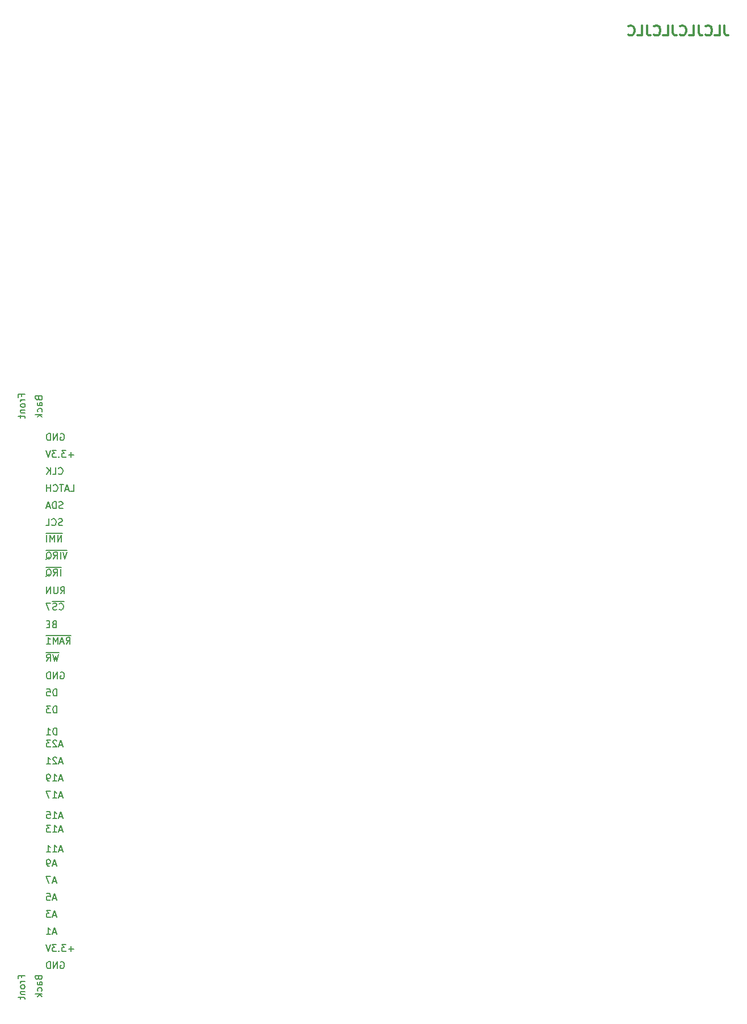
<source format=gbr>
%TF.GenerationSoftware,KiCad,Pcbnew,8.0.0*%
%TF.CreationDate,2024-03-06T22:08:17-05:00*%
%TF.ProjectId,Sentinel 65X - Prototype 4,53656e74-696e-4656-9c20-363558202d20,rev?*%
%TF.SameCoordinates,Original*%
%TF.FileFunction,Legend,Bot*%
%TF.FilePolarity,Positive*%
%FSLAX46Y46*%
G04 Gerber Fmt 4.6, Leading zero omitted, Abs format (unit mm)*
G04 Created by KiCad (PCBNEW 8.0.0) date 2024-03-06 22:08:17*
%MOMM*%
%LPD*%
G01*
G04 APERTURE LIST*
%ADD10C,0.150000*%
%ADD11C,0.300000*%
G04 APERTURE END LIST*
D10*
X93048083Y-158981992D02*
X93048083Y-157981992D01*
X93048083Y-157981992D02*
X92809988Y-157981992D01*
X92809988Y-157981992D02*
X92667131Y-158029611D01*
X92667131Y-158029611D02*
X92571893Y-158124849D01*
X92571893Y-158124849D02*
X92524274Y-158220087D01*
X92524274Y-158220087D02*
X92476655Y-158410563D01*
X92476655Y-158410563D02*
X92476655Y-158553420D01*
X92476655Y-158553420D02*
X92524274Y-158743896D01*
X92524274Y-158743896D02*
X92571893Y-158839134D01*
X92571893Y-158839134D02*
X92667131Y-158934373D01*
X92667131Y-158934373D02*
X92809988Y-158981992D01*
X92809988Y-158981992D02*
X93048083Y-158981992D01*
X91524274Y-158981992D02*
X92095702Y-158981992D01*
X91809988Y-158981992D02*
X91809988Y-157981992D01*
X91809988Y-157981992D02*
X91905226Y-158124849D01*
X91905226Y-158124849D02*
X92000464Y-158220087D01*
X92000464Y-158220087D02*
X92095702Y-158267706D01*
X93905226Y-176172105D02*
X93429036Y-176172105D01*
X94000464Y-176457820D02*
X93667131Y-175457820D01*
X93667131Y-175457820D02*
X93333798Y-176457820D01*
X92476655Y-176457820D02*
X93048083Y-176457820D01*
X92762369Y-176457820D02*
X92762369Y-175457820D01*
X92762369Y-175457820D02*
X92857607Y-175600677D01*
X92857607Y-175600677D02*
X92952845Y-175695915D01*
X92952845Y-175695915D02*
X93048083Y-175743534D01*
X91524274Y-176457820D02*
X92095702Y-176457820D01*
X91809988Y-176457820D02*
X91809988Y-175457820D01*
X91809988Y-175457820D02*
X91905226Y-175600677D01*
X91905226Y-175600677D02*
X92000464Y-175695915D01*
X92000464Y-175695915D02*
X92095702Y-175743534D01*
X93905226Y-160524969D02*
X93429036Y-160524969D01*
X94000464Y-160810684D02*
X93667131Y-159810684D01*
X93667131Y-159810684D02*
X93333798Y-160810684D01*
X93048083Y-159905922D02*
X93000464Y-159858303D01*
X93000464Y-159858303D02*
X92905226Y-159810684D01*
X92905226Y-159810684D02*
X92667131Y-159810684D01*
X92667131Y-159810684D02*
X92571893Y-159858303D01*
X92571893Y-159858303D02*
X92524274Y-159905922D01*
X92524274Y-159905922D02*
X92476655Y-160001160D01*
X92476655Y-160001160D02*
X92476655Y-160096398D01*
X92476655Y-160096398D02*
X92524274Y-160239255D01*
X92524274Y-160239255D02*
X93095702Y-160810684D01*
X93095702Y-160810684D02*
X92476655Y-160810684D01*
X92143321Y-159810684D02*
X91524274Y-159810684D01*
X91524274Y-159810684D02*
X91857607Y-160191636D01*
X91857607Y-160191636D02*
X91714750Y-160191636D01*
X91714750Y-160191636D02*
X91619512Y-160239255D01*
X91619512Y-160239255D02*
X91571893Y-160286874D01*
X91571893Y-160286874D02*
X91524274Y-160382112D01*
X91524274Y-160382112D02*
X91524274Y-160620207D01*
X91524274Y-160620207D02*
X91571893Y-160715445D01*
X91571893Y-160715445D02*
X91619512Y-160763065D01*
X91619512Y-160763065D02*
X91714750Y-160810684D01*
X91714750Y-160810684D02*
X92000464Y-160810684D01*
X92000464Y-160810684D02*
X92095702Y-160763065D01*
X92095702Y-160763065D02*
X92143321Y-160715445D01*
X93952845Y-125203066D02*
X93809988Y-125250685D01*
X93809988Y-125250685D02*
X93571893Y-125250685D01*
X93571893Y-125250685D02*
X93476655Y-125203066D01*
X93476655Y-125203066D02*
X93429036Y-125155446D01*
X93429036Y-125155446D02*
X93381417Y-125060208D01*
X93381417Y-125060208D02*
X93381417Y-124964970D01*
X93381417Y-124964970D02*
X93429036Y-124869732D01*
X93429036Y-124869732D02*
X93476655Y-124822113D01*
X93476655Y-124822113D02*
X93571893Y-124774494D01*
X93571893Y-124774494D02*
X93762369Y-124726875D01*
X93762369Y-124726875D02*
X93857607Y-124679256D01*
X93857607Y-124679256D02*
X93905226Y-124631637D01*
X93905226Y-124631637D02*
X93952845Y-124536399D01*
X93952845Y-124536399D02*
X93952845Y-124441161D01*
X93952845Y-124441161D02*
X93905226Y-124345923D01*
X93905226Y-124345923D02*
X93857607Y-124298304D01*
X93857607Y-124298304D02*
X93762369Y-124250685D01*
X93762369Y-124250685D02*
X93524274Y-124250685D01*
X93524274Y-124250685D02*
X93381417Y-124298304D01*
X92952845Y-125250685D02*
X92952845Y-124250685D01*
X92952845Y-124250685D02*
X92714750Y-124250685D01*
X92714750Y-124250685D02*
X92571893Y-124298304D01*
X92571893Y-124298304D02*
X92476655Y-124393542D01*
X92476655Y-124393542D02*
X92429036Y-124488780D01*
X92429036Y-124488780D02*
X92381417Y-124679256D01*
X92381417Y-124679256D02*
X92381417Y-124822113D01*
X92381417Y-124822113D02*
X92429036Y-125012589D01*
X92429036Y-125012589D02*
X92476655Y-125107827D01*
X92476655Y-125107827D02*
X92571893Y-125203066D01*
X92571893Y-125203066D02*
X92714750Y-125250685D01*
X92714750Y-125250685D02*
X92952845Y-125250685D01*
X92000464Y-124964970D02*
X91524274Y-124964970D01*
X92095702Y-125250685D02*
X91762369Y-124250685D01*
X91762369Y-124250685D02*
X91429036Y-125250685D01*
X87798000Y-195209801D02*
X87798000Y-194876468D01*
X88321810Y-194876468D02*
X87321810Y-194876468D01*
X87321810Y-194876468D02*
X87321810Y-195352658D01*
X88321810Y-195733611D02*
X87655143Y-195733611D01*
X87845619Y-195733611D02*
X87750381Y-195781230D01*
X87750381Y-195781230D02*
X87702762Y-195828849D01*
X87702762Y-195828849D02*
X87655143Y-195924087D01*
X87655143Y-195924087D02*
X87655143Y-196019325D01*
X88321810Y-196495516D02*
X88274191Y-196400278D01*
X88274191Y-196400278D02*
X88226571Y-196352659D01*
X88226571Y-196352659D02*
X88131333Y-196305040D01*
X88131333Y-196305040D02*
X87845619Y-196305040D01*
X87845619Y-196305040D02*
X87750381Y-196352659D01*
X87750381Y-196352659D02*
X87702762Y-196400278D01*
X87702762Y-196400278D02*
X87655143Y-196495516D01*
X87655143Y-196495516D02*
X87655143Y-196638373D01*
X87655143Y-196638373D02*
X87702762Y-196733611D01*
X87702762Y-196733611D02*
X87750381Y-196781230D01*
X87750381Y-196781230D02*
X87845619Y-196828849D01*
X87845619Y-196828849D02*
X88131333Y-196828849D01*
X88131333Y-196828849D02*
X88226571Y-196781230D01*
X88226571Y-196781230D02*
X88274191Y-196733611D01*
X88274191Y-196733611D02*
X88321810Y-196638373D01*
X88321810Y-196638373D02*
X88321810Y-196495516D01*
X87655143Y-197257421D02*
X88321810Y-197257421D01*
X87750381Y-197257421D02*
X87702762Y-197305040D01*
X87702762Y-197305040D02*
X87655143Y-197400278D01*
X87655143Y-197400278D02*
X87655143Y-197543135D01*
X87655143Y-197543135D02*
X87702762Y-197638373D01*
X87702762Y-197638373D02*
X87798000Y-197685992D01*
X87798000Y-197685992D02*
X88321810Y-197685992D01*
X87655143Y-198019326D02*
X87655143Y-198400278D01*
X87321810Y-198162183D02*
X88178952Y-198162183D01*
X88178952Y-198162183D02*
X88274191Y-198209802D01*
X88274191Y-198209802D02*
X88321810Y-198305040D01*
X88321810Y-198305040D02*
X88321810Y-198400278D01*
X95571892Y-190909730D02*
X94809988Y-190909730D01*
X95190940Y-191290683D02*
X95190940Y-190528778D01*
X94429035Y-190290683D02*
X93809988Y-190290683D01*
X93809988Y-190290683D02*
X94143321Y-190671635D01*
X94143321Y-190671635D02*
X94000464Y-190671635D01*
X94000464Y-190671635D02*
X93905226Y-190719254D01*
X93905226Y-190719254D02*
X93857607Y-190766873D01*
X93857607Y-190766873D02*
X93809988Y-190862111D01*
X93809988Y-190862111D02*
X93809988Y-191100206D01*
X93809988Y-191100206D02*
X93857607Y-191195444D01*
X93857607Y-191195444D02*
X93905226Y-191243064D01*
X93905226Y-191243064D02*
X94000464Y-191290683D01*
X94000464Y-191290683D02*
X94286178Y-191290683D01*
X94286178Y-191290683D02*
X94381416Y-191243064D01*
X94381416Y-191243064D02*
X94429035Y-191195444D01*
X93381416Y-191195444D02*
X93333797Y-191243064D01*
X93333797Y-191243064D02*
X93381416Y-191290683D01*
X93381416Y-191290683D02*
X93429035Y-191243064D01*
X93429035Y-191243064D02*
X93381416Y-191195444D01*
X93381416Y-191195444D02*
X93381416Y-191290683D01*
X93000464Y-190290683D02*
X92381417Y-190290683D01*
X92381417Y-190290683D02*
X92714750Y-190671635D01*
X92714750Y-190671635D02*
X92571893Y-190671635D01*
X92571893Y-190671635D02*
X92476655Y-190719254D01*
X92476655Y-190719254D02*
X92429036Y-190766873D01*
X92429036Y-190766873D02*
X92381417Y-190862111D01*
X92381417Y-190862111D02*
X92381417Y-191100206D01*
X92381417Y-191100206D02*
X92429036Y-191195444D01*
X92429036Y-191195444D02*
X92476655Y-191243064D01*
X92476655Y-191243064D02*
X92571893Y-191290683D01*
X92571893Y-191290683D02*
X92857607Y-191290683D01*
X92857607Y-191290683D02*
X92952845Y-191243064D01*
X92952845Y-191243064D02*
X93000464Y-191195444D01*
X92095702Y-190290683D02*
X91762369Y-191290683D01*
X91762369Y-191290683D02*
X91429036Y-190290683D01*
X92952845Y-178304969D02*
X92476655Y-178304969D01*
X93048083Y-178590684D02*
X92714750Y-177590684D01*
X92714750Y-177590684D02*
X92381417Y-178590684D01*
X92000464Y-178590684D02*
X91809988Y-178590684D01*
X91809988Y-178590684D02*
X91714750Y-178543065D01*
X91714750Y-178543065D02*
X91667131Y-178495445D01*
X91667131Y-178495445D02*
X91571893Y-178352588D01*
X91571893Y-178352588D02*
X91524274Y-178162112D01*
X91524274Y-178162112D02*
X91524274Y-177781160D01*
X91524274Y-177781160D02*
X91571893Y-177685922D01*
X91571893Y-177685922D02*
X91619512Y-177638303D01*
X91619512Y-177638303D02*
X91714750Y-177590684D01*
X91714750Y-177590684D02*
X91905226Y-177590684D01*
X91905226Y-177590684D02*
X92000464Y-177638303D01*
X92000464Y-177638303D02*
X92048083Y-177685922D01*
X92048083Y-177685922D02*
X92095702Y-177781160D01*
X92095702Y-177781160D02*
X92095702Y-178019255D01*
X92095702Y-178019255D02*
X92048083Y-178114493D01*
X92048083Y-178114493D02*
X92000464Y-178162112D01*
X92000464Y-178162112D02*
X91905226Y-178209731D01*
X91905226Y-178209731D02*
X91714750Y-178209731D01*
X91714750Y-178209731D02*
X91619512Y-178162112D01*
X91619512Y-178162112D02*
X91571893Y-178114493D01*
X91571893Y-178114493D02*
X91524274Y-178019255D01*
X93762368Y-130209851D02*
X93762368Y-129209851D01*
X93762368Y-129209851D02*
X93190940Y-130209851D01*
X93190940Y-130209851D02*
X93190940Y-129209851D01*
X92714749Y-130209851D02*
X92714749Y-129209851D01*
X92714749Y-129209851D02*
X92381416Y-129924136D01*
X92381416Y-129924136D02*
X92048083Y-129209851D01*
X92048083Y-129209851D02*
X92048083Y-130209851D01*
X91571892Y-130209851D02*
X91571892Y-129209851D01*
X93900464Y-128932232D02*
X91433798Y-128932232D01*
X93333798Y-120075445D02*
X93381417Y-120123065D01*
X93381417Y-120123065D02*
X93524274Y-120170684D01*
X93524274Y-120170684D02*
X93619512Y-120170684D01*
X93619512Y-120170684D02*
X93762369Y-120123065D01*
X93762369Y-120123065D02*
X93857607Y-120027826D01*
X93857607Y-120027826D02*
X93905226Y-119932588D01*
X93905226Y-119932588D02*
X93952845Y-119742112D01*
X93952845Y-119742112D02*
X93952845Y-119599255D01*
X93952845Y-119599255D02*
X93905226Y-119408779D01*
X93905226Y-119408779D02*
X93857607Y-119313541D01*
X93857607Y-119313541D02*
X93762369Y-119218303D01*
X93762369Y-119218303D02*
X93619512Y-119170684D01*
X93619512Y-119170684D02*
X93524274Y-119170684D01*
X93524274Y-119170684D02*
X93381417Y-119218303D01*
X93381417Y-119218303D02*
X93333798Y-119265922D01*
X92429036Y-120170684D02*
X92905226Y-120170684D01*
X92905226Y-120170684D02*
X92905226Y-119170684D01*
X92095702Y-120170684D02*
X92095702Y-119170684D01*
X91524274Y-120170684D02*
X91952845Y-119599255D01*
X91524274Y-119170684D02*
X92095702Y-119742112D01*
X87820744Y-108544759D02*
X87820744Y-108211426D01*
X88344554Y-108211426D02*
X87344554Y-108211426D01*
X87344554Y-108211426D02*
X87344554Y-108687616D01*
X88344554Y-109068569D02*
X87677887Y-109068569D01*
X87868363Y-109068569D02*
X87773125Y-109116188D01*
X87773125Y-109116188D02*
X87725506Y-109163807D01*
X87725506Y-109163807D02*
X87677887Y-109259045D01*
X87677887Y-109259045D02*
X87677887Y-109354283D01*
X88344554Y-109830474D02*
X88296935Y-109735236D01*
X88296935Y-109735236D02*
X88249315Y-109687617D01*
X88249315Y-109687617D02*
X88154077Y-109639998D01*
X88154077Y-109639998D02*
X87868363Y-109639998D01*
X87868363Y-109639998D02*
X87773125Y-109687617D01*
X87773125Y-109687617D02*
X87725506Y-109735236D01*
X87725506Y-109735236D02*
X87677887Y-109830474D01*
X87677887Y-109830474D02*
X87677887Y-109973331D01*
X87677887Y-109973331D02*
X87725506Y-110068569D01*
X87725506Y-110068569D02*
X87773125Y-110116188D01*
X87773125Y-110116188D02*
X87868363Y-110163807D01*
X87868363Y-110163807D02*
X88154077Y-110163807D01*
X88154077Y-110163807D02*
X88249315Y-110116188D01*
X88249315Y-110116188D02*
X88296935Y-110068569D01*
X88296935Y-110068569D02*
X88344554Y-109973331D01*
X88344554Y-109973331D02*
X88344554Y-109830474D01*
X87677887Y-110592379D02*
X88344554Y-110592379D01*
X87773125Y-110592379D02*
X87725506Y-110639998D01*
X87725506Y-110639998D02*
X87677887Y-110735236D01*
X87677887Y-110735236D02*
X87677887Y-110878093D01*
X87677887Y-110878093D02*
X87725506Y-110973331D01*
X87725506Y-110973331D02*
X87820744Y-111020950D01*
X87820744Y-111020950D02*
X88344554Y-111020950D01*
X87677887Y-111354284D02*
X87677887Y-111735236D01*
X87344554Y-111497141D02*
X88201696Y-111497141D01*
X88201696Y-111497141D02*
X88296935Y-111544760D01*
X88296935Y-111544760D02*
X88344554Y-111639998D01*
X88344554Y-111639998D02*
X88344554Y-111735236D01*
X93619512Y-114138304D02*
X93714750Y-114090685D01*
X93714750Y-114090685D02*
X93857607Y-114090685D01*
X93857607Y-114090685D02*
X94000464Y-114138304D01*
X94000464Y-114138304D02*
X94095702Y-114233542D01*
X94095702Y-114233542D02*
X94143321Y-114328780D01*
X94143321Y-114328780D02*
X94190940Y-114519256D01*
X94190940Y-114519256D02*
X94190940Y-114662113D01*
X94190940Y-114662113D02*
X94143321Y-114852589D01*
X94143321Y-114852589D02*
X94095702Y-114947827D01*
X94095702Y-114947827D02*
X94000464Y-115043066D01*
X94000464Y-115043066D02*
X93857607Y-115090685D01*
X93857607Y-115090685D02*
X93762369Y-115090685D01*
X93762369Y-115090685D02*
X93619512Y-115043066D01*
X93619512Y-115043066D02*
X93571893Y-114995446D01*
X93571893Y-114995446D02*
X93571893Y-114662113D01*
X93571893Y-114662113D02*
X93762369Y-114662113D01*
X93143321Y-115090685D02*
X93143321Y-114090685D01*
X93143321Y-114090685D02*
X92571893Y-115090685D01*
X92571893Y-115090685D02*
X92571893Y-114090685D01*
X92095702Y-115090685D02*
X92095702Y-114090685D01*
X92095702Y-114090685D02*
X91857607Y-114090685D01*
X91857607Y-114090685D02*
X91714750Y-114138304D01*
X91714750Y-114138304D02*
X91619512Y-114233542D01*
X91619512Y-114233542D02*
X91571893Y-114328780D01*
X91571893Y-114328780D02*
X91524274Y-114519256D01*
X91524274Y-114519256D02*
X91524274Y-114662113D01*
X91524274Y-114662113D02*
X91571893Y-114852589D01*
X91571893Y-114852589D02*
X91619512Y-114947827D01*
X91619512Y-114947827D02*
X91714750Y-115043066D01*
X91714750Y-115043066D02*
X91857607Y-115090685D01*
X91857607Y-115090685D02*
X92095702Y-115090685D01*
D11*
X192647769Y-53243507D02*
X192647769Y-54314936D01*
X192647769Y-54314936D02*
X192719198Y-54529221D01*
X192719198Y-54529221D02*
X192862055Y-54672079D01*
X192862055Y-54672079D02*
X193076341Y-54743507D01*
X193076341Y-54743507D02*
X193219198Y-54743507D01*
X191219198Y-54743507D02*
X191933484Y-54743507D01*
X191933484Y-54743507D02*
X191933484Y-53243507D01*
X189862055Y-54600650D02*
X189933483Y-54672079D01*
X189933483Y-54672079D02*
X190147769Y-54743507D01*
X190147769Y-54743507D02*
X190290626Y-54743507D01*
X190290626Y-54743507D02*
X190504912Y-54672079D01*
X190504912Y-54672079D02*
X190647769Y-54529221D01*
X190647769Y-54529221D02*
X190719198Y-54386364D01*
X190719198Y-54386364D02*
X190790626Y-54100650D01*
X190790626Y-54100650D02*
X190790626Y-53886364D01*
X190790626Y-53886364D02*
X190719198Y-53600650D01*
X190719198Y-53600650D02*
X190647769Y-53457793D01*
X190647769Y-53457793D02*
X190504912Y-53314936D01*
X190504912Y-53314936D02*
X190290626Y-53243507D01*
X190290626Y-53243507D02*
X190147769Y-53243507D01*
X190147769Y-53243507D02*
X189933483Y-53314936D01*
X189933483Y-53314936D02*
X189862055Y-53386364D01*
X188790626Y-53243507D02*
X188790626Y-54314936D01*
X188790626Y-54314936D02*
X188862055Y-54529221D01*
X188862055Y-54529221D02*
X189004912Y-54672079D01*
X189004912Y-54672079D02*
X189219198Y-54743507D01*
X189219198Y-54743507D02*
X189362055Y-54743507D01*
X187362055Y-54743507D02*
X188076341Y-54743507D01*
X188076341Y-54743507D02*
X188076341Y-53243507D01*
X186004912Y-54600650D02*
X186076340Y-54672079D01*
X186076340Y-54672079D02*
X186290626Y-54743507D01*
X186290626Y-54743507D02*
X186433483Y-54743507D01*
X186433483Y-54743507D02*
X186647769Y-54672079D01*
X186647769Y-54672079D02*
X186790626Y-54529221D01*
X186790626Y-54529221D02*
X186862055Y-54386364D01*
X186862055Y-54386364D02*
X186933483Y-54100650D01*
X186933483Y-54100650D02*
X186933483Y-53886364D01*
X186933483Y-53886364D02*
X186862055Y-53600650D01*
X186862055Y-53600650D02*
X186790626Y-53457793D01*
X186790626Y-53457793D02*
X186647769Y-53314936D01*
X186647769Y-53314936D02*
X186433483Y-53243507D01*
X186433483Y-53243507D02*
X186290626Y-53243507D01*
X186290626Y-53243507D02*
X186076340Y-53314936D01*
X186076340Y-53314936D02*
X186004912Y-53386364D01*
X184933483Y-53243507D02*
X184933483Y-54314936D01*
X184933483Y-54314936D02*
X185004912Y-54529221D01*
X185004912Y-54529221D02*
X185147769Y-54672079D01*
X185147769Y-54672079D02*
X185362055Y-54743507D01*
X185362055Y-54743507D02*
X185504912Y-54743507D01*
X183504912Y-54743507D02*
X184219198Y-54743507D01*
X184219198Y-54743507D02*
X184219198Y-53243507D01*
X182147769Y-54600650D02*
X182219197Y-54672079D01*
X182219197Y-54672079D02*
X182433483Y-54743507D01*
X182433483Y-54743507D02*
X182576340Y-54743507D01*
X182576340Y-54743507D02*
X182790626Y-54672079D01*
X182790626Y-54672079D02*
X182933483Y-54529221D01*
X182933483Y-54529221D02*
X183004912Y-54386364D01*
X183004912Y-54386364D02*
X183076340Y-54100650D01*
X183076340Y-54100650D02*
X183076340Y-53886364D01*
X183076340Y-53886364D02*
X183004912Y-53600650D01*
X183004912Y-53600650D02*
X182933483Y-53457793D01*
X182933483Y-53457793D02*
X182790626Y-53314936D01*
X182790626Y-53314936D02*
X182576340Y-53243507D01*
X182576340Y-53243507D02*
X182433483Y-53243507D01*
X182433483Y-53243507D02*
X182219197Y-53314936D01*
X182219197Y-53314936D02*
X182147769Y-53386364D01*
X181076340Y-53243507D02*
X181076340Y-54314936D01*
X181076340Y-54314936D02*
X181147769Y-54529221D01*
X181147769Y-54529221D02*
X181290626Y-54672079D01*
X181290626Y-54672079D02*
X181504912Y-54743507D01*
X181504912Y-54743507D02*
X181647769Y-54743507D01*
X179647769Y-54743507D02*
X180362055Y-54743507D01*
X180362055Y-54743507D02*
X180362055Y-53243507D01*
X178290626Y-54600650D02*
X178362054Y-54672079D01*
X178362054Y-54672079D02*
X178576340Y-54743507D01*
X178576340Y-54743507D02*
X178719197Y-54743507D01*
X178719197Y-54743507D02*
X178933483Y-54672079D01*
X178933483Y-54672079D02*
X179076340Y-54529221D01*
X179076340Y-54529221D02*
X179147769Y-54386364D01*
X179147769Y-54386364D02*
X179219197Y-54100650D01*
X179219197Y-54100650D02*
X179219197Y-53886364D01*
X179219197Y-53886364D02*
X179147769Y-53600650D01*
X179147769Y-53600650D02*
X179076340Y-53457793D01*
X179076340Y-53457793D02*
X178933483Y-53314936D01*
X178933483Y-53314936D02*
X178719197Y-53243507D01*
X178719197Y-53243507D02*
X178576340Y-53243507D01*
X178576340Y-53243507D02*
X178362054Y-53314936D01*
X178362054Y-53314936D02*
X178290626Y-53386364D01*
D10*
X93905226Y-163064969D02*
X93429036Y-163064969D01*
X94000464Y-163350684D02*
X93667131Y-162350684D01*
X93667131Y-162350684D02*
X93333798Y-163350684D01*
X93048083Y-162445922D02*
X93000464Y-162398303D01*
X93000464Y-162398303D02*
X92905226Y-162350684D01*
X92905226Y-162350684D02*
X92667131Y-162350684D01*
X92667131Y-162350684D02*
X92571893Y-162398303D01*
X92571893Y-162398303D02*
X92524274Y-162445922D01*
X92524274Y-162445922D02*
X92476655Y-162541160D01*
X92476655Y-162541160D02*
X92476655Y-162636398D01*
X92476655Y-162636398D02*
X92524274Y-162779255D01*
X92524274Y-162779255D02*
X93095702Y-163350684D01*
X93095702Y-163350684D02*
X92476655Y-163350684D01*
X91524274Y-163350684D02*
X92095702Y-163350684D01*
X91809988Y-163350684D02*
X91809988Y-162350684D01*
X91809988Y-162350684D02*
X91905226Y-162493541D01*
X91905226Y-162493541D02*
X92000464Y-162588779D01*
X92000464Y-162588779D02*
X92095702Y-162636398D01*
X94619511Y-131749850D02*
X94286178Y-132749850D01*
X94286178Y-132749850D02*
X93952845Y-131749850D01*
X93619511Y-132749850D02*
X93619511Y-131749850D01*
X92571893Y-132749850D02*
X92905226Y-132273659D01*
X93143321Y-132749850D02*
X93143321Y-131749850D01*
X93143321Y-131749850D02*
X92762369Y-131749850D01*
X92762369Y-131749850D02*
X92667131Y-131797469D01*
X92667131Y-131797469D02*
X92619512Y-131845088D01*
X92619512Y-131845088D02*
X92571893Y-131940326D01*
X92571893Y-131940326D02*
X92571893Y-132083183D01*
X92571893Y-132083183D02*
X92619512Y-132178421D01*
X92619512Y-132178421D02*
X92667131Y-132226040D01*
X92667131Y-132226040D02*
X92762369Y-132273659D01*
X92762369Y-132273659D02*
X93143321Y-132273659D01*
X91476655Y-132845088D02*
X91571893Y-132797469D01*
X91571893Y-132797469D02*
X91667131Y-132702231D01*
X91667131Y-132702231D02*
X91809988Y-132559373D01*
X91809988Y-132559373D02*
X91905226Y-132511754D01*
X91905226Y-132511754D02*
X92000464Y-132511754D01*
X91952845Y-132749850D02*
X92048083Y-132702231D01*
X92048083Y-132702231D02*
X92143321Y-132606992D01*
X92143321Y-132606992D02*
X92190940Y-132416516D01*
X92190940Y-132416516D02*
X92190940Y-132083183D01*
X92190940Y-132083183D02*
X92143321Y-131892707D01*
X92143321Y-131892707D02*
X92048083Y-131797469D01*
X92048083Y-131797469D02*
X91952845Y-131749850D01*
X91952845Y-131749850D02*
X91762369Y-131749850D01*
X91762369Y-131749850D02*
X91667131Y-131797469D01*
X91667131Y-131797469D02*
X91571893Y-131892707D01*
X91571893Y-131892707D02*
X91524274Y-132083183D01*
X91524274Y-132083183D02*
X91524274Y-132416516D01*
X91524274Y-132416516D02*
X91571893Y-132606992D01*
X91571893Y-132606992D02*
X91667131Y-132702231D01*
X91667131Y-132702231D02*
X91762369Y-132749850D01*
X91762369Y-132749850D02*
X91952845Y-132749850D01*
X94614750Y-131472231D02*
X91433798Y-131472231D01*
X90338000Y-195209801D02*
X90385619Y-195352658D01*
X90385619Y-195352658D02*
X90433238Y-195400277D01*
X90433238Y-195400277D02*
X90528476Y-195447896D01*
X90528476Y-195447896D02*
X90671333Y-195447896D01*
X90671333Y-195447896D02*
X90766571Y-195400277D01*
X90766571Y-195400277D02*
X90814191Y-195352658D01*
X90814191Y-195352658D02*
X90861810Y-195257420D01*
X90861810Y-195257420D02*
X90861810Y-194876468D01*
X90861810Y-194876468D02*
X89861810Y-194876468D01*
X89861810Y-194876468D02*
X89861810Y-195209801D01*
X89861810Y-195209801D02*
X89909429Y-195305039D01*
X89909429Y-195305039D02*
X89957048Y-195352658D01*
X89957048Y-195352658D02*
X90052286Y-195400277D01*
X90052286Y-195400277D02*
X90147524Y-195400277D01*
X90147524Y-195400277D02*
X90242762Y-195352658D01*
X90242762Y-195352658D02*
X90290381Y-195305039D01*
X90290381Y-195305039D02*
X90338000Y-195209801D01*
X90338000Y-195209801D02*
X90338000Y-194876468D01*
X90861810Y-196305039D02*
X90338000Y-196305039D01*
X90338000Y-196305039D02*
X90242762Y-196257420D01*
X90242762Y-196257420D02*
X90195143Y-196162182D01*
X90195143Y-196162182D02*
X90195143Y-195971706D01*
X90195143Y-195971706D02*
X90242762Y-195876468D01*
X90814191Y-196305039D02*
X90861810Y-196209801D01*
X90861810Y-196209801D02*
X90861810Y-195971706D01*
X90861810Y-195971706D02*
X90814191Y-195876468D01*
X90814191Y-195876468D02*
X90718952Y-195828849D01*
X90718952Y-195828849D02*
X90623714Y-195828849D01*
X90623714Y-195828849D02*
X90528476Y-195876468D01*
X90528476Y-195876468D02*
X90480857Y-195971706D01*
X90480857Y-195971706D02*
X90480857Y-196209801D01*
X90480857Y-196209801D02*
X90433238Y-196305039D01*
X90814191Y-197209801D02*
X90861810Y-197114563D01*
X90861810Y-197114563D02*
X90861810Y-196924087D01*
X90861810Y-196924087D02*
X90814191Y-196828849D01*
X90814191Y-196828849D02*
X90766571Y-196781230D01*
X90766571Y-196781230D02*
X90671333Y-196733611D01*
X90671333Y-196733611D02*
X90385619Y-196733611D01*
X90385619Y-196733611D02*
X90290381Y-196781230D01*
X90290381Y-196781230D02*
X90242762Y-196828849D01*
X90242762Y-196828849D02*
X90195143Y-196924087D01*
X90195143Y-196924087D02*
X90195143Y-197114563D01*
X90195143Y-197114563D02*
X90242762Y-197209801D01*
X90861810Y-197638373D02*
X89861810Y-197638373D01*
X90480857Y-197733611D02*
X90861810Y-198019325D01*
X90195143Y-198019325D02*
X90576095Y-197638373D01*
X92952845Y-183384969D02*
X92476655Y-183384969D01*
X93048083Y-183670684D02*
X92714750Y-182670684D01*
X92714750Y-182670684D02*
X92381417Y-183670684D01*
X91571893Y-182670684D02*
X92048083Y-182670684D01*
X92048083Y-182670684D02*
X92095702Y-183146874D01*
X92095702Y-183146874D02*
X92048083Y-183099255D01*
X92048083Y-183099255D02*
X91952845Y-183051636D01*
X91952845Y-183051636D02*
X91714750Y-183051636D01*
X91714750Y-183051636D02*
X91619512Y-183099255D01*
X91619512Y-183099255D02*
X91571893Y-183146874D01*
X91571893Y-183146874D02*
X91524274Y-183242112D01*
X91524274Y-183242112D02*
X91524274Y-183480207D01*
X91524274Y-183480207D02*
X91571893Y-183575445D01*
X91571893Y-183575445D02*
X91619512Y-183623065D01*
X91619512Y-183623065D02*
X91714750Y-183670684D01*
X91714750Y-183670684D02*
X91952845Y-183670684D01*
X91952845Y-183670684D02*
X92048083Y-183623065D01*
X92048083Y-183623065D02*
X92095702Y-183575445D01*
X93905226Y-171179012D02*
X93429036Y-171179012D01*
X94000464Y-171464727D02*
X93667131Y-170464727D01*
X93667131Y-170464727D02*
X93333798Y-171464727D01*
X92476655Y-171464727D02*
X93048083Y-171464727D01*
X92762369Y-171464727D02*
X92762369Y-170464727D01*
X92762369Y-170464727D02*
X92857607Y-170607584D01*
X92857607Y-170607584D02*
X92952845Y-170702822D01*
X92952845Y-170702822D02*
X93048083Y-170750441D01*
X91571893Y-170464727D02*
X92048083Y-170464727D01*
X92048083Y-170464727D02*
X92095702Y-170940917D01*
X92095702Y-170940917D02*
X92048083Y-170893298D01*
X92048083Y-170893298D02*
X91952845Y-170845679D01*
X91952845Y-170845679D02*
X91714750Y-170845679D01*
X91714750Y-170845679D02*
X91619512Y-170893298D01*
X91619512Y-170893298D02*
X91571893Y-170940917D01*
X91571893Y-170940917D02*
X91524274Y-171036155D01*
X91524274Y-171036155D02*
X91524274Y-171274250D01*
X91524274Y-171274250D02*
X91571893Y-171369488D01*
X91571893Y-171369488D02*
X91619512Y-171417108D01*
X91619512Y-171417108D02*
X91714750Y-171464727D01*
X91714750Y-171464727D02*
X91952845Y-171464727D01*
X91952845Y-171464727D02*
X92048083Y-171417108D01*
X92048083Y-171417108D02*
X92095702Y-171369488D01*
X95095703Y-122710684D02*
X95571893Y-122710684D01*
X95571893Y-122710684D02*
X95571893Y-121710684D01*
X94809988Y-122424969D02*
X94333798Y-122424969D01*
X94905226Y-122710684D02*
X94571893Y-121710684D01*
X94571893Y-121710684D02*
X94238560Y-122710684D01*
X94048083Y-121710684D02*
X93476655Y-121710684D01*
X93762369Y-122710684D02*
X93762369Y-121710684D01*
X92571893Y-122615445D02*
X92619512Y-122663065D01*
X92619512Y-122663065D02*
X92762369Y-122710684D01*
X92762369Y-122710684D02*
X92857607Y-122710684D01*
X92857607Y-122710684D02*
X93000464Y-122663065D01*
X93000464Y-122663065D02*
X93095702Y-122567826D01*
X93095702Y-122567826D02*
X93143321Y-122472588D01*
X93143321Y-122472588D02*
X93190940Y-122282112D01*
X93190940Y-122282112D02*
X93190940Y-122139255D01*
X93190940Y-122139255D02*
X93143321Y-121948779D01*
X93143321Y-121948779D02*
X93095702Y-121853541D01*
X93095702Y-121853541D02*
X93000464Y-121758303D01*
X93000464Y-121758303D02*
X92857607Y-121710684D01*
X92857607Y-121710684D02*
X92762369Y-121710684D01*
X92762369Y-121710684D02*
X92619512Y-121758303D01*
X92619512Y-121758303D02*
X92571893Y-121805922D01*
X92143321Y-122710684D02*
X92143321Y-121710684D01*
X92143321Y-122186874D02*
X91571893Y-122186874D01*
X91571893Y-122710684D02*
X91571893Y-121710684D01*
X92952845Y-188464969D02*
X92476655Y-188464969D01*
X93048083Y-188750684D02*
X92714750Y-187750684D01*
X92714750Y-187750684D02*
X92381417Y-188750684D01*
X91524274Y-188750684D02*
X92095702Y-188750684D01*
X91809988Y-188750684D02*
X91809988Y-187750684D01*
X91809988Y-187750684D02*
X91905226Y-187893541D01*
X91905226Y-187893541D02*
X92000464Y-187988779D01*
X92000464Y-187988779D02*
X92095702Y-188036398D01*
X93905226Y-127743065D02*
X93762369Y-127790684D01*
X93762369Y-127790684D02*
X93524274Y-127790684D01*
X93524274Y-127790684D02*
X93429036Y-127743065D01*
X93429036Y-127743065D02*
X93381417Y-127695445D01*
X93381417Y-127695445D02*
X93333798Y-127600207D01*
X93333798Y-127600207D02*
X93333798Y-127504969D01*
X93333798Y-127504969D02*
X93381417Y-127409731D01*
X93381417Y-127409731D02*
X93429036Y-127362112D01*
X93429036Y-127362112D02*
X93524274Y-127314493D01*
X93524274Y-127314493D02*
X93714750Y-127266874D01*
X93714750Y-127266874D02*
X93809988Y-127219255D01*
X93809988Y-127219255D02*
X93857607Y-127171636D01*
X93857607Y-127171636D02*
X93905226Y-127076398D01*
X93905226Y-127076398D02*
X93905226Y-126981160D01*
X93905226Y-126981160D02*
X93857607Y-126885922D01*
X93857607Y-126885922D02*
X93809988Y-126838303D01*
X93809988Y-126838303D02*
X93714750Y-126790684D01*
X93714750Y-126790684D02*
X93476655Y-126790684D01*
X93476655Y-126790684D02*
X93333798Y-126838303D01*
X92333798Y-127695445D02*
X92381417Y-127743065D01*
X92381417Y-127743065D02*
X92524274Y-127790684D01*
X92524274Y-127790684D02*
X92619512Y-127790684D01*
X92619512Y-127790684D02*
X92762369Y-127743065D01*
X92762369Y-127743065D02*
X92857607Y-127647826D01*
X92857607Y-127647826D02*
X92905226Y-127552588D01*
X92905226Y-127552588D02*
X92952845Y-127362112D01*
X92952845Y-127362112D02*
X92952845Y-127219255D01*
X92952845Y-127219255D02*
X92905226Y-127028779D01*
X92905226Y-127028779D02*
X92857607Y-126933541D01*
X92857607Y-126933541D02*
X92762369Y-126838303D01*
X92762369Y-126838303D02*
X92619512Y-126790684D01*
X92619512Y-126790684D02*
X92524274Y-126790684D01*
X92524274Y-126790684D02*
X92381417Y-126838303D01*
X92381417Y-126838303D02*
X92333798Y-126885922D01*
X91429036Y-127790684D02*
X91905226Y-127790684D01*
X91905226Y-127790684D02*
X91905226Y-126790684D01*
X93905226Y-168144969D02*
X93429036Y-168144969D01*
X94000464Y-168430684D02*
X93667131Y-167430684D01*
X93667131Y-167430684D02*
X93333798Y-168430684D01*
X92476655Y-168430684D02*
X93048083Y-168430684D01*
X92762369Y-168430684D02*
X92762369Y-167430684D01*
X92762369Y-167430684D02*
X92857607Y-167573541D01*
X92857607Y-167573541D02*
X92952845Y-167668779D01*
X92952845Y-167668779D02*
X93048083Y-167716398D01*
X92143321Y-167430684D02*
X91476655Y-167430684D01*
X91476655Y-167430684D02*
X91905226Y-168430684D01*
X92667131Y-142506874D02*
X92524274Y-142554493D01*
X92524274Y-142554493D02*
X92476655Y-142602112D01*
X92476655Y-142602112D02*
X92429036Y-142697350D01*
X92429036Y-142697350D02*
X92429036Y-142840207D01*
X92429036Y-142840207D02*
X92476655Y-142935445D01*
X92476655Y-142935445D02*
X92524274Y-142983065D01*
X92524274Y-142983065D02*
X92619512Y-143030684D01*
X92619512Y-143030684D02*
X93000464Y-143030684D01*
X93000464Y-143030684D02*
X93000464Y-142030684D01*
X93000464Y-142030684D02*
X92667131Y-142030684D01*
X92667131Y-142030684D02*
X92571893Y-142078303D01*
X92571893Y-142078303D02*
X92524274Y-142125922D01*
X92524274Y-142125922D02*
X92476655Y-142221160D01*
X92476655Y-142221160D02*
X92476655Y-142316398D01*
X92476655Y-142316398D02*
X92524274Y-142411636D01*
X92524274Y-142411636D02*
X92571893Y-142459255D01*
X92571893Y-142459255D02*
X92667131Y-142506874D01*
X92667131Y-142506874D02*
X93000464Y-142506874D01*
X92000464Y-142506874D02*
X91667131Y-142506874D01*
X91524274Y-143030684D02*
X92000464Y-143030684D01*
X92000464Y-143030684D02*
X92000464Y-142030684D01*
X92000464Y-142030684D02*
X91524274Y-142030684D01*
X93619512Y-192878304D02*
X93714750Y-192830685D01*
X93714750Y-192830685D02*
X93857607Y-192830685D01*
X93857607Y-192830685D02*
X94000464Y-192878304D01*
X94000464Y-192878304D02*
X94095702Y-192973542D01*
X94095702Y-192973542D02*
X94143321Y-193068780D01*
X94143321Y-193068780D02*
X94190940Y-193259256D01*
X94190940Y-193259256D02*
X94190940Y-193402113D01*
X94190940Y-193402113D02*
X94143321Y-193592589D01*
X94143321Y-193592589D02*
X94095702Y-193687827D01*
X94095702Y-193687827D02*
X94000464Y-193783066D01*
X94000464Y-193783066D02*
X93857607Y-193830685D01*
X93857607Y-193830685D02*
X93762369Y-193830685D01*
X93762369Y-193830685D02*
X93619512Y-193783066D01*
X93619512Y-193783066D02*
X93571893Y-193735446D01*
X93571893Y-193735446D02*
X93571893Y-193402113D01*
X93571893Y-193402113D02*
X93762369Y-193402113D01*
X93143321Y-193830685D02*
X93143321Y-192830685D01*
X93143321Y-192830685D02*
X92571893Y-193830685D01*
X92571893Y-193830685D02*
X92571893Y-192830685D01*
X92095702Y-193830685D02*
X92095702Y-192830685D01*
X92095702Y-192830685D02*
X91857607Y-192830685D01*
X91857607Y-192830685D02*
X91714750Y-192878304D01*
X91714750Y-192878304D02*
X91619512Y-192973542D01*
X91619512Y-192973542D02*
X91571893Y-193068780D01*
X91571893Y-193068780D02*
X91524274Y-193259256D01*
X91524274Y-193259256D02*
X91524274Y-193402113D01*
X91524274Y-193402113D02*
X91571893Y-193592589D01*
X91571893Y-193592589D02*
X91619512Y-193687827D01*
X91619512Y-193687827D02*
X91714750Y-193783066D01*
X91714750Y-193783066D02*
X91857607Y-193830685D01*
X91857607Y-193830685D02*
X92095702Y-193830685D01*
X93619511Y-135289852D02*
X93619511Y-134289852D01*
X92571893Y-135289852D02*
X92905226Y-134813661D01*
X93143321Y-135289852D02*
X93143321Y-134289852D01*
X93143321Y-134289852D02*
X92762369Y-134289852D01*
X92762369Y-134289852D02*
X92667131Y-134337471D01*
X92667131Y-134337471D02*
X92619512Y-134385090D01*
X92619512Y-134385090D02*
X92571893Y-134480328D01*
X92571893Y-134480328D02*
X92571893Y-134623185D01*
X92571893Y-134623185D02*
X92619512Y-134718423D01*
X92619512Y-134718423D02*
X92667131Y-134766042D01*
X92667131Y-134766042D02*
X92762369Y-134813661D01*
X92762369Y-134813661D02*
X93143321Y-134813661D01*
X91476655Y-135385090D02*
X91571893Y-135337471D01*
X91571893Y-135337471D02*
X91667131Y-135242233D01*
X91667131Y-135242233D02*
X91809988Y-135099375D01*
X91809988Y-135099375D02*
X91905226Y-135051756D01*
X91905226Y-135051756D02*
X92000464Y-135051756D01*
X91952845Y-135289852D02*
X92048083Y-135242233D01*
X92048083Y-135242233D02*
X92143321Y-135146994D01*
X92143321Y-135146994D02*
X92190940Y-134956518D01*
X92190940Y-134956518D02*
X92190940Y-134623185D01*
X92190940Y-134623185D02*
X92143321Y-134432709D01*
X92143321Y-134432709D02*
X92048083Y-134337471D01*
X92048083Y-134337471D02*
X91952845Y-134289852D01*
X91952845Y-134289852D02*
X91762369Y-134289852D01*
X91762369Y-134289852D02*
X91667131Y-134337471D01*
X91667131Y-134337471D02*
X91571893Y-134432709D01*
X91571893Y-134432709D02*
X91524274Y-134623185D01*
X91524274Y-134623185D02*
X91524274Y-134956518D01*
X91524274Y-134956518D02*
X91571893Y-135146994D01*
X91571893Y-135146994D02*
X91667131Y-135242233D01*
X91667131Y-135242233D02*
X91762369Y-135289852D01*
X91762369Y-135289852D02*
X91952845Y-135289852D01*
X93757607Y-134012233D02*
X91433798Y-134012233D01*
X93905226Y-173224969D02*
X93429036Y-173224969D01*
X94000464Y-173510684D02*
X93667131Y-172510684D01*
X93667131Y-172510684D02*
X93333798Y-173510684D01*
X92476655Y-173510684D02*
X93048083Y-173510684D01*
X92762369Y-173510684D02*
X92762369Y-172510684D01*
X92762369Y-172510684D02*
X92857607Y-172653541D01*
X92857607Y-172653541D02*
X92952845Y-172748779D01*
X92952845Y-172748779D02*
X93048083Y-172796398D01*
X92143321Y-172510684D02*
X91524274Y-172510684D01*
X91524274Y-172510684D02*
X91857607Y-172891636D01*
X91857607Y-172891636D02*
X91714750Y-172891636D01*
X91714750Y-172891636D02*
X91619512Y-172939255D01*
X91619512Y-172939255D02*
X91571893Y-172986874D01*
X91571893Y-172986874D02*
X91524274Y-173082112D01*
X91524274Y-173082112D02*
X91524274Y-173320207D01*
X91524274Y-173320207D02*
X91571893Y-173415445D01*
X91571893Y-173415445D02*
X91619512Y-173463065D01*
X91619512Y-173463065D02*
X91714750Y-173510684D01*
X91714750Y-173510684D02*
X92000464Y-173510684D01*
X92000464Y-173510684D02*
X92095702Y-173463065D01*
X92095702Y-173463065D02*
X92143321Y-173415445D01*
X93429036Y-140274612D02*
X93476655Y-140322232D01*
X93476655Y-140322232D02*
X93619512Y-140369851D01*
X93619512Y-140369851D02*
X93714750Y-140369851D01*
X93714750Y-140369851D02*
X93857607Y-140322232D01*
X93857607Y-140322232D02*
X93952845Y-140226993D01*
X93952845Y-140226993D02*
X94000464Y-140131755D01*
X94000464Y-140131755D02*
X94048083Y-139941279D01*
X94048083Y-139941279D02*
X94048083Y-139798422D01*
X94048083Y-139798422D02*
X94000464Y-139607946D01*
X94000464Y-139607946D02*
X93952845Y-139512708D01*
X93952845Y-139512708D02*
X93857607Y-139417470D01*
X93857607Y-139417470D02*
X93714750Y-139369851D01*
X93714750Y-139369851D02*
X93619512Y-139369851D01*
X93619512Y-139369851D02*
X93476655Y-139417470D01*
X93476655Y-139417470D02*
X93429036Y-139465089D01*
X93048083Y-140322232D02*
X92905226Y-140369851D01*
X92905226Y-140369851D02*
X92667131Y-140369851D01*
X92667131Y-140369851D02*
X92571893Y-140322232D01*
X92571893Y-140322232D02*
X92524274Y-140274612D01*
X92524274Y-140274612D02*
X92476655Y-140179374D01*
X92476655Y-140179374D02*
X92476655Y-140084136D01*
X92476655Y-140084136D02*
X92524274Y-139988898D01*
X92524274Y-139988898D02*
X92571893Y-139941279D01*
X92571893Y-139941279D02*
X92667131Y-139893660D01*
X92667131Y-139893660D02*
X92857607Y-139846041D01*
X92857607Y-139846041D02*
X92952845Y-139798422D01*
X92952845Y-139798422D02*
X93000464Y-139750803D01*
X93000464Y-139750803D02*
X93048083Y-139655565D01*
X93048083Y-139655565D02*
X93048083Y-139560327D01*
X93048083Y-139560327D02*
X93000464Y-139465089D01*
X93000464Y-139465089D02*
X92952845Y-139417470D01*
X92952845Y-139417470D02*
X92857607Y-139369851D01*
X92857607Y-139369851D02*
X92619512Y-139369851D01*
X92619512Y-139369851D02*
X92476655Y-139417470D01*
X94138560Y-139092232D02*
X92386179Y-139092232D01*
X92143321Y-139369851D02*
X91476655Y-139369851D01*
X91476655Y-139369851D02*
X91905226Y-140369851D01*
X94476655Y-145449852D02*
X94809988Y-144973661D01*
X95048083Y-145449852D02*
X95048083Y-144449852D01*
X95048083Y-144449852D02*
X94667131Y-144449852D01*
X94667131Y-144449852D02*
X94571893Y-144497471D01*
X94571893Y-144497471D02*
X94524274Y-144545090D01*
X94524274Y-144545090D02*
X94476655Y-144640328D01*
X94476655Y-144640328D02*
X94476655Y-144783185D01*
X94476655Y-144783185D02*
X94524274Y-144878423D01*
X94524274Y-144878423D02*
X94571893Y-144926042D01*
X94571893Y-144926042D02*
X94667131Y-144973661D01*
X94667131Y-144973661D02*
X95048083Y-144973661D01*
X94095702Y-145164137D02*
X93619512Y-145164137D01*
X94190940Y-145449852D02*
X93857607Y-144449852D01*
X93857607Y-144449852D02*
X93524274Y-145449852D01*
X93190940Y-145449852D02*
X93190940Y-144449852D01*
X93190940Y-144449852D02*
X92857607Y-145164137D01*
X92857607Y-145164137D02*
X92524274Y-144449852D01*
X92524274Y-144449852D02*
X92524274Y-145449852D01*
X91524274Y-145449852D02*
X92095702Y-145449852D01*
X91809988Y-145449852D02*
X91809988Y-144449852D01*
X91809988Y-144449852D02*
X91905226Y-144592709D01*
X91905226Y-144592709D02*
X92000464Y-144687947D01*
X92000464Y-144687947D02*
X92095702Y-144735566D01*
X95186179Y-144172233D02*
X91433798Y-144172233D01*
X93048083Y-153190684D02*
X93048083Y-152190684D01*
X93048083Y-152190684D02*
X92809988Y-152190684D01*
X92809988Y-152190684D02*
X92667131Y-152238303D01*
X92667131Y-152238303D02*
X92571893Y-152333541D01*
X92571893Y-152333541D02*
X92524274Y-152428779D01*
X92524274Y-152428779D02*
X92476655Y-152619255D01*
X92476655Y-152619255D02*
X92476655Y-152762112D01*
X92476655Y-152762112D02*
X92524274Y-152952588D01*
X92524274Y-152952588D02*
X92571893Y-153047826D01*
X92571893Y-153047826D02*
X92667131Y-153143065D01*
X92667131Y-153143065D02*
X92809988Y-153190684D01*
X92809988Y-153190684D02*
X93048083Y-153190684D01*
X91571893Y-152190684D02*
X92048083Y-152190684D01*
X92048083Y-152190684D02*
X92095702Y-152666874D01*
X92095702Y-152666874D02*
X92048083Y-152619255D01*
X92048083Y-152619255D02*
X91952845Y-152571636D01*
X91952845Y-152571636D02*
X91714750Y-152571636D01*
X91714750Y-152571636D02*
X91619512Y-152619255D01*
X91619512Y-152619255D02*
X91571893Y-152666874D01*
X91571893Y-152666874D02*
X91524274Y-152762112D01*
X91524274Y-152762112D02*
X91524274Y-153000207D01*
X91524274Y-153000207D02*
X91571893Y-153095445D01*
X91571893Y-153095445D02*
X91619512Y-153143065D01*
X91619512Y-153143065D02*
X91714750Y-153190684D01*
X91714750Y-153190684D02*
X91952845Y-153190684D01*
X91952845Y-153190684D02*
X92048083Y-153143065D01*
X92048083Y-153143065D02*
X92095702Y-153095445D01*
X90360744Y-108830474D02*
X90408363Y-108973331D01*
X90408363Y-108973331D02*
X90455982Y-109020950D01*
X90455982Y-109020950D02*
X90551220Y-109068569D01*
X90551220Y-109068569D02*
X90694077Y-109068569D01*
X90694077Y-109068569D02*
X90789315Y-109020950D01*
X90789315Y-109020950D02*
X90836935Y-108973331D01*
X90836935Y-108973331D02*
X90884554Y-108878093D01*
X90884554Y-108878093D02*
X90884554Y-108497141D01*
X90884554Y-108497141D02*
X89884554Y-108497141D01*
X89884554Y-108497141D02*
X89884554Y-108830474D01*
X89884554Y-108830474D02*
X89932173Y-108925712D01*
X89932173Y-108925712D02*
X89979792Y-108973331D01*
X89979792Y-108973331D02*
X90075030Y-109020950D01*
X90075030Y-109020950D02*
X90170268Y-109020950D01*
X90170268Y-109020950D02*
X90265506Y-108973331D01*
X90265506Y-108973331D02*
X90313125Y-108925712D01*
X90313125Y-108925712D02*
X90360744Y-108830474D01*
X90360744Y-108830474D02*
X90360744Y-108497141D01*
X90884554Y-109925712D02*
X90360744Y-109925712D01*
X90360744Y-109925712D02*
X90265506Y-109878093D01*
X90265506Y-109878093D02*
X90217887Y-109782855D01*
X90217887Y-109782855D02*
X90217887Y-109592379D01*
X90217887Y-109592379D02*
X90265506Y-109497141D01*
X90836935Y-109925712D02*
X90884554Y-109830474D01*
X90884554Y-109830474D02*
X90884554Y-109592379D01*
X90884554Y-109592379D02*
X90836935Y-109497141D01*
X90836935Y-109497141D02*
X90741696Y-109449522D01*
X90741696Y-109449522D02*
X90646458Y-109449522D01*
X90646458Y-109449522D02*
X90551220Y-109497141D01*
X90551220Y-109497141D02*
X90503601Y-109592379D01*
X90503601Y-109592379D02*
X90503601Y-109830474D01*
X90503601Y-109830474D02*
X90455982Y-109925712D01*
X90836935Y-110830474D02*
X90884554Y-110735236D01*
X90884554Y-110735236D02*
X90884554Y-110544760D01*
X90884554Y-110544760D02*
X90836935Y-110449522D01*
X90836935Y-110449522D02*
X90789315Y-110401903D01*
X90789315Y-110401903D02*
X90694077Y-110354284D01*
X90694077Y-110354284D02*
X90408363Y-110354284D01*
X90408363Y-110354284D02*
X90313125Y-110401903D01*
X90313125Y-110401903D02*
X90265506Y-110449522D01*
X90265506Y-110449522D02*
X90217887Y-110544760D01*
X90217887Y-110544760D02*
X90217887Y-110735236D01*
X90217887Y-110735236D02*
X90265506Y-110830474D01*
X90884554Y-111259046D02*
X89884554Y-111259046D01*
X90503601Y-111354284D02*
X90884554Y-111639998D01*
X90217887Y-111639998D02*
X90598839Y-111259046D01*
X93905226Y-165604969D02*
X93429036Y-165604969D01*
X94000464Y-165890684D02*
X93667131Y-164890684D01*
X93667131Y-164890684D02*
X93333798Y-165890684D01*
X92476655Y-165890684D02*
X93048083Y-165890684D01*
X92762369Y-165890684D02*
X92762369Y-164890684D01*
X92762369Y-164890684D02*
X92857607Y-165033541D01*
X92857607Y-165033541D02*
X92952845Y-165128779D01*
X92952845Y-165128779D02*
X93048083Y-165176398D01*
X92000464Y-165890684D02*
X91809988Y-165890684D01*
X91809988Y-165890684D02*
X91714750Y-165843065D01*
X91714750Y-165843065D02*
X91667131Y-165795445D01*
X91667131Y-165795445D02*
X91571893Y-165652588D01*
X91571893Y-165652588D02*
X91524274Y-165462112D01*
X91524274Y-165462112D02*
X91524274Y-165081160D01*
X91524274Y-165081160D02*
X91571893Y-164985922D01*
X91571893Y-164985922D02*
X91619512Y-164938303D01*
X91619512Y-164938303D02*
X91714750Y-164890684D01*
X91714750Y-164890684D02*
X91905226Y-164890684D01*
X91905226Y-164890684D02*
X92000464Y-164938303D01*
X92000464Y-164938303D02*
X92048083Y-164985922D01*
X92048083Y-164985922D02*
X92095702Y-165081160D01*
X92095702Y-165081160D02*
X92095702Y-165319255D01*
X92095702Y-165319255D02*
X92048083Y-165414493D01*
X92048083Y-165414493D02*
X92000464Y-165462112D01*
X92000464Y-165462112D02*
X91905226Y-165509731D01*
X91905226Y-165509731D02*
X91714750Y-165509731D01*
X91714750Y-165509731D02*
X91619512Y-165462112D01*
X91619512Y-165462112D02*
X91571893Y-165414493D01*
X91571893Y-165414493D02*
X91524274Y-165319255D01*
X93619512Y-149698303D02*
X93714750Y-149650684D01*
X93714750Y-149650684D02*
X93857607Y-149650684D01*
X93857607Y-149650684D02*
X94000464Y-149698303D01*
X94000464Y-149698303D02*
X94095702Y-149793541D01*
X94095702Y-149793541D02*
X94143321Y-149888779D01*
X94143321Y-149888779D02*
X94190940Y-150079255D01*
X94190940Y-150079255D02*
X94190940Y-150222112D01*
X94190940Y-150222112D02*
X94143321Y-150412588D01*
X94143321Y-150412588D02*
X94095702Y-150507826D01*
X94095702Y-150507826D02*
X94000464Y-150603065D01*
X94000464Y-150603065D02*
X93857607Y-150650684D01*
X93857607Y-150650684D02*
X93762369Y-150650684D01*
X93762369Y-150650684D02*
X93619512Y-150603065D01*
X93619512Y-150603065D02*
X93571893Y-150555445D01*
X93571893Y-150555445D02*
X93571893Y-150222112D01*
X93571893Y-150222112D02*
X93762369Y-150222112D01*
X93143321Y-150650684D02*
X93143321Y-149650684D01*
X93143321Y-149650684D02*
X92571893Y-150650684D01*
X92571893Y-150650684D02*
X92571893Y-149650684D01*
X92095702Y-150650684D02*
X92095702Y-149650684D01*
X92095702Y-149650684D02*
X91857607Y-149650684D01*
X91857607Y-149650684D02*
X91714750Y-149698303D01*
X91714750Y-149698303D02*
X91619512Y-149793541D01*
X91619512Y-149793541D02*
X91571893Y-149888779D01*
X91571893Y-149888779D02*
X91524274Y-150079255D01*
X91524274Y-150079255D02*
X91524274Y-150222112D01*
X91524274Y-150222112D02*
X91571893Y-150412588D01*
X91571893Y-150412588D02*
X91619512Y-150507826D01*
X91619512Y-150507826D02*
X91714750Y-150603065D01*
X91714750Y-150603065D02*
X91857607Y-150650684D01*
X91857607Y-150650684D02*
X92095702Y-150650684D01*
X93048083Y-155730684D02*
X93048083Y-154730684D01*
X93048083Y-154730684D02*
X92809988Y-154730684D01*
X92809988Y-154730684D02*
X92667131Y-154778303D01*
X92667131Y-154778303D02*
X92571893Y-154873541D01*
X92571893Y-154873541D02*
X92524274Y-154968779D01*
X92524274Y-154968779D02*
X92476655Y-155159255D01*
X92476655Y-155159255D02*
X92476655Y-155302112D01*
X92476655Y-155302112D02*
X92524274Y-155492588D01*
X92524274Y-155492588D02*
X92571893Y-155587826D01*
X92571893Y-155587826D02*
X92667131Y-155683065D01*
X92667131Y-155683065D02*
X92809988Y-155730684D01*
X92809988Y-155730684D02*
X93048083Y-155730684D01*
X92143321Y-154730684D02*
X91524274Y-154730684D01*
X91524274Y-154730684D02*
X91857607Y-155111636D01*
X91857607Y-155111636D02*
X91714750Y-155111636D01*
X91714750Y-155111636D02*
X91619512Y-155159255D01*
X91619512Y-155159255D02*
X91571893Y-155206874D01*
X91571893Y-155206874D02*
X91524274Y-155302112D01*
X91524274Y-155302112D02*
X91524274Y-155540207D01*
X91524274Y-155540207D02*
X91571893Y-155635445D01*
X91571893Y-155635445D02*
X91619512Y-155683065D01*
X91619512Y-155683065D02*
X91714750Y-155730684D01*
X91714750Y-155730684D02*
X92000464Y-155730684D01*
X92000464Y-155730684D02*
X92095702Y-155683065D01*
X92095702Y-155683065D02*
X92143321Y-155635445D01*
X93619512Y-137950684D02*
X93952845Y-137474493D01*
X94190940Y-137950684D02*
X94190940Y-136950684D01*
X94190940Y-136950684D02*
X93809988Y-136950684D01*
X93809988Y-136950684D02*
X93714750Y-136998303D01*
X93714750Y-136998303D02*
X93667131Y-137045922D01*
X93667131Y-137045922D02*
X93619512Y-137141160D01*
X93619512Y-137141160D02*
X93619512Y-137284017D01*
X93619512Y-137284017D02*
X93667131Y-137379255D01*
X93667131Y-137379255D02*
X93714750Y-137426874D01*
X93714750Y-137426874D02*
X93809988Y-137474493D01*
X93809988Y-137474493D02*
X94190940Y-137474493D01*
X93190940Y-136950684D02*
X93190940Y-137760207D01*
X93190940Y-137760207D02*
X93143321Y-137855445D01*
X93143321Y-137855445D02*
X93095702Y-137903065D01*
X93095702Y-137903065D02*
X93000464Y-137950684D01*
X93000464Y-137950684D02*
X92809988Y-137950684D01*
X92809988Y-137950684D02*
X92714750Y-137903065D01*
X92714750Y-137903065D02*
X92667131Y-137855445D01*
X92667131Y-137855445D02*
X92619512Y-137760207D01*
X92619512Y-137760207D02*
X92619512Y-136950684D01*
X92143321Y-137950684D02*
X92143321Y-136950684D01*
X92143321Y-136950684D02*
X91571893Y-137950684D01*
X91571893Y-137950684D02*
X91571893Y-136950684D01*
X92952845Y-185924969D02*
X92476655Y-185924969D01*
X93048083Y-186210684D02*
X92714750Y-185210684D01*
X92714750Y-185210684D02*
X92381417Y-186210684D01*
X92143321Y-185210684D02*
X91524274Y-185210684D01*
X91524274Y-185210684D02*
X91857607Y-185591636D01*
X91857607Y-185591636D02*
X91714750Y-185591636D01*
X91714750Y-185591636D02*
X91619512Y-185639255D01*
X91619512Y-185639255D02*
X91571893Y-185686874D01*
X91571893Y-185686874D02*
X91524274Y-185782112D01*
X91524274Y-185782112D02*
X91524274Y-186020207D01*
X91524274Y-186020207D02*
X91571893Y-186115445D01*
X91571893Y-186115445D02*
X91619512Y-186163065D01*
X91619512Y-186163065D02*
X91714750Y-186210684D01*
X91714750Y-186210684D02*
X92000464Y-186210684D01*
X92000464Y-186210684D02*
X92095702Y-186163065D01*
X92095702Y-186163065D02*
X92143321Y-186115445D01*
X95571892Y-117249731D02*
X94809988Y-117249731D01*
X95190940Y-117630684D02*
X95190940Y-116868779D01*
X94429035Y-116630684D02*
X93809988Y-116630684D01*
X93809988Y-116630684D02*
X94143321Y-117011636D01*
X94143321Y-117011636D02*
X94000464Y-117011636D01*
X94000464Y-117011636D02*
X93905226Y-117059255D01*
X93905226Y-117059255D02*
X93857607Y-117106874D01*
X93857607Y-117106874D02*
X93809988Y-117202112D01*
X93809988Y-117202112D02*
X93809988Y-117440207D01*
X93809988Y-117440207D02*
X93857607Y-117535445D01*
X93857607Y-117535445D02*
X93905226Y-117583065D01*
X93905226Y-117583065D02*
X94000464Y-117630684D01*
X94000464Y-117630684D02*
X94286178Y-117630684D01*
X94286178Y-117630684D02*
X94381416Y-117583065D01*
X94381416Y-117583065D02*
X94429035Y-117535445D01*
X93381416Y-117535445D02*
X93333797Y-117583065D01*
X93333797Y-117583065D02*
X93381416Y-117630684D01*
X93381416Y-117630684D02*
X93429035Y-117583065D01*
X93429035Y-117583065D02*
X93381416Y-117535445D01*
X93381416Y-117535445D02*
X93381416Y-117630684D01*
X93000464Y-116630684D02*
X92381417Y-116630684D01*
X92381417Y-116630684D02*
X92714750Y-117011636D01*
X92714750Y-117011636D02*
X92571893Y-117011636D01*
X92571893Y-117011636D02*
X92476655Y-117059255D01*
X92476655Y-117059255D02*
X92429036Y-117106874D01*
X92429036Y-117106874D02*
X92381417Y-117202112D01*
X92381417Y-117202112D02*
X92381417Y-117440207D01*
X92381417Y-117440207D02*
X92429036Y-117535445D01*
X92429036Y-117535445D02*
X92476655Y-117583065D01*
X92476655Y-117583065D02*
X92571893Y-117630684D01*
X92571893Y-117630684D02*
X92857607Y-117630684D01*
X92857607Y-117630684D02*
X92952845Y-117583065D01*
X92952845Y-117583065D02*
X93000464Y-117535445D01*
X92095702Y-116630684D02*
X91762369Y-117630684D01*
X91762369Y-117630684D02*
X91429036Y-116630684D01*
X93333797Y-146989851D02*
X93095702Y-147989851D01*
X93095702Y-147989851D02*
X92905226Y-147275565D01*
X92905226Y-147275565D02*
X92714750Y-147989851D01*
X92714750Y-147989851D02*
X92476655Y-146989851D01*
X91524274Y-147989851D02*
X91857607Y-147513660D01*
X92095702Y-147989851D02*
X92095702Y-146989851D01*
X92095702Y-146989851D02*
X91714750Y-146989851D01*
X91714750Y-146989851D02*
X91619512Y-147037470D01*
X91619512Y-147037470D02*
X91571893Y-147085089D01*
X91571893Y-147085089D02*
X91524274Y-147180327D01*
X91524274Y-147180327D02*
X91524274Y-147323184D01*
X91524274Y-147323184D02*
X91571893Y-147418422D01*
X91571893Y-147418422D02*
X91619512Y-147466041D01*
X91619512Y-147466041D02*
X91714750Y-147513660D01*
X91714750Y-147513660D02*
X92095702Y-147513660D01*
X93376655Y-146712232D02*
X91433798Y-146712232D01*
X92952845Y-180844968D02*
X92476655Y-180844968D01*
X93048083Y-181130683D02*
X92714750Y-180130683D01*
X92714750Y-180130683D02*
X92381417Y-181130683D01*
X92143321Y-180130683D02*
X91476655Y-180130683D01*
X91476655Y-180130683D02*
X91905226Y-181130683D01*
M02*

</source>
